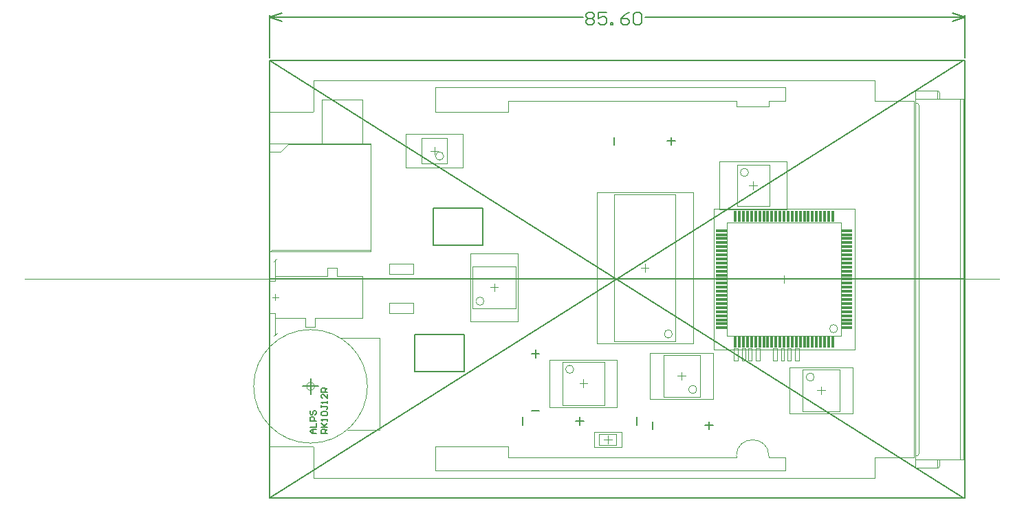
<source format=gbp>
G04*
G04 #@! TF.GenerationSoftware,Altium Limited,Altium Designer,18.0.7 (293)*
G04*
G04 Layer_Color=128*
%FSLAX25Y25*%
%MOIN*%
G70*
G01*
G75*
%ADD14C,0.00591*%
%ADD15C,0.00591*%
%ADD16C,0.00800*%
%ADD18C,0.00394*%
%ADD19C,0.00197*%
%ADD20C,0.00600*%
%ADD80R,0.01181X0.05709*%
%ADD81R,0.05709X0.01181*%
D14*
X-312823Y94500D02*
X-312811Y94488D01*
X-312823Y-0D02*
X24185D01*
X-312823Y106299D02*
X23398Y-106299D01*
X-312823D02*
X23398Y106299D01*
X-312823D02*
X24185D01*
Y-106299D02*
Y106299D01*
X-312823Y-106299D02*
Y106299D01*
Y-106299D02*
X24185D01*
X-296937Y-52000D02*
X-289063D01*
X-293000Y-55937D02*
Y-48063D01*
D15*
X-218500Y-45000D02*
Y-27000D01*
X-242500Y-27000D02*
X-218500D01*
X-242500Y-45000D02*
Y-27000D01*
X-242500Y-45000D02*
X-218500D01*
X-233500Y34500D02*
X-233500Y34500D01*
X-209500D01*
X-209500Y34500D02*
X-209500Y34500D01*
X-209500Y16500D02*
Y34500D01*
X-233500Y16500D02*
X-209500D01*
X-233500D02*
X-233500Y16500D01*
Y34500D01*
D16*
X-290264Y-74822D02*
X-292263D01*
X-293263Y-73822D01*
X-292263Y-72823D01*
X-290264D01*
X-291763D01*
Y-74822D01*
X-293263Y-71823D02*
X-290264D01*
Y-69824D01*
Y-68824D02*
X-293263D01*
Y-67325D01*
X-292763Y-66825D01*
X-291763D01*
X-291263Y-67325D01*
Y-68824D01*
X-292763Y-63826D02*
X-293263Y-64325D01*
Y-65325D01*
X-292763Y-65825D01*
X-292263D01*
X-291763Y-65325D01*
Y-64325D01*
X-291263Y-63826D01*
X-290764D01*
X-290264Y-64325D01*
Y-65325D01*
X-290764Y-65825D01*
X-284745Y-74822D02*
X-287744D01*
Y-73322D01*
X-287244Y-72823D01*
X-286244D01*
X-285745Y-73322D01*
Y-74822D01*
Y-73822D02*
X-284745Y-72823D01*
X-287744Y-71823D02*
X-284745D01*
X-285745D01*
X-287744Y-69824D01*
X-286244Y-71323D01*
X-284745Y-69824D01*
Y-68824D02*
Y-67824D01*
Y-68324D01*
X-287744D01*
X-287244Y-68824D01*
Y-66325D02*
X-287744Y-65825D01*
Y-64825D01*
X-287244Y-64325D01*
X-285245D01*
X-284745Y-64825D01*
Y-65825D01*
X-285245Y-66325D01*
X-287244D01*
X-287744Y-61326D02*
Y-62326D01*
Y-61826D01*
X-285245D01*
X-284745Y-62326D01*
Y-62826D01*
X-285245Y-63326D01*
X-284745Y-60327D02*
Y-59327D01*
Y-59827D01*
X-287744D01*
X-287244Y-60327D01*
X-284745Y-55828D02*
Y-57828D01*
X-286744Y-55828D01*
X-287244D01*
X-287744Y-56328D01*
Y-57328D01*
X-287244Y-57828D01*
X-284745Y-54829D02*
X-287744D01*
Y-53329D01*
X-287244Y-52829D01*
X-286244D01*
X-285745Y-53329D01*
Y-54829D01*
Y-53829D02*
X-284745Y-52829D01*
X-118252Y65031D02*
Y68968D01*
X-120220Y67000D02*
X-116284D01*
X-145811Y65031D02*
Y68968D01*
X-99752Y-72969D02*
Y-69032D01*
X-101720Y-71000D02*
X-97783D01*
X-127311Y-72969D02*
Y-69032D01*
X-185968Y-36252D02*
X-182032D01*
X-184000Y-38221D02*
Y-34284D01*
X-185968Y-63811D02*
X-182032D01*
X-162548Y-70868D02*
Y-66931D01*
X-164516Y-68900D02*
X-160580D01*
X-134989Y-70868D02*
Y-66931D01*
X-162552Y-70868D02*
Y-66931D01*
X-164521Y-68900D02*
X-160583D01*
X-190111Y-70868D02*
Y-66931D01*
D18*
X-70866Y-85827D02*
G03*
X-86614Y-85827I-7874J0D01*
G01*
X-307677Y61823D02*
X-304000Y65500D01*
X-313000Y61823D02*
X-307677D01*
X-313000D02*
Y81201D01*
X-304000Y65500D02*
X-264000D01*
Y14000D02*
Y65500D01*
X-312000Y14000D02*
X-264000D01*
X-313000Y13000D02*
X-312000Y14000D01*
X-313000Y-862D02*
Y13000D01*
X-291701Y-81201D02*
X-291500Y-81402D01*
Y-96457D02*
Y-81402D01*
X-310098Y-18972D02*
Y-16610D01*
X-313000D02*
X-310098D01*
Y-18972D02*
X-295532D01*
X-313000Y-862D02*
X-310098D01*
Y1500D01*
X-291701Y81201D02*
X-291500Y81402D01*
X-313000Y-40600D02*
Y-16610D01*
X-295532Y-23106D02*
Y-18972D01*
Y-23106D02*
X-290807D01*
Y-18972D01*
X-267972D01*
Y1500D01*
X-280177D02*
X-267972D01*
X-280177D02*
Y5634D01*
X-284902D02*
X-280177D01*
X-284902Y1500D02*
Y5634D01*
X-310098Y1500D02*
X-284902D01*
X-313000Y-81201D02*
Y-40600D01*
X-232445Y96457D02*
X-59543D01*
X-232445Y93000D02*
X-63000D01*
X-232445Y81201D02*
Y93000D01*
X-291500Y96457D02*
X-232445D01*
X-63000Y86614D02*
Y93000D01*
X-59543Y96457D02*
X-19685D01*
X-63000Y-93000D02*
Y-86614D01*
X-291500Y-96457D02*
X-19685D01*
X-232445Y-93000D02*
Y-81201D01*
Y-93000D02*
X-63000D01*
X-19685Y86614D02*
X-500D01*
X-19685Y-86614D02*
X-500D01*
X-218500Y-45000D02*
Y-27000D01*
X-242500D02*
X-218500D01*
X-242500Y-45000D02*
Y-27000D01*
Y-45000D02*
X-218500D01*
X-233500Y34500D02*
X-233500Y34500D01*
X-209500D01*
Y16500D02*
Y34500D01*
X-209500Y16500D02*
X-209500Y16500D01*
X-233500Y16500D02*
X-209500D01*
X-233500D02*
Y34500D01*
X-63000Y86614D02*
X-63000Y86614D01*
X-70866Y86614D02*
X-63000D01*
X-19685Y86614D02*
Y96457D01*
X-70866Y-86614D02*
X-63000D01*
X-19685Y-96457D02*
Y-86614D01*
X-232445Y81201D02*
X-197244D01*
X-313000D02*
X-291701D01*
X-291500Y81402D02*
Y96457D01*
X-232445Y-81201D02*
X-197244D01*
X-313000D02*
X-291701D01*
X-197244Y81201D02*
Y86614D01*
Y-86614D02*
X-86614D01*
X-70866D02*
Y-85827D01*
X-86614Y-86614D02*
Y-85827D01*
X-197244Y-86614D02*
Y-81201D01*
X-500Y86614D02*
X-500Y-86614D01*
X-197244Y86614D02*
X-86614D01*
X-70866Y83858D02*
Y86614D01*
X-86614Y83858D02*
Y86614D01*
Y83858D02*
X-70866D01*
X-265441Y-52000D02*
G03*
X-265441Y-52000I-27559J0D01*
G01*
X-291032D02*
G03*
X-291032Y-52000I-1969J0D01*
G01*
X-117614Y-26587D02*
G03*
X-117614Y-26587I-1969J0D01*
G01*
X-228472Y59741D02*
G03*
X-228472Y59741I-1969J0D01*
G01*
X-208921Y-10693D02*
G03*
X-208921Y-10693I-1969J0D01*
G01*
X-48847Y-47504D02*
G03*
X-48847Y-47504I-1969J0D01*
G01*
X-105816Y-53496D02*
G03*
X-105816Y-53496I-1969J0D01*
G01*
X-80762Y51799D02*
G03*
X-80762Y51799I-1969J0D01*
G01*
X-165424Y-43710D02*
G03*
X-165424Y-43710I-1969J0D01*
G01*
X-37516Y-24016D02*
G03*
X-37516Y-24016I-1969J0D01*
G01*
X-431500Y0D02*
X40945Y-0D01*
X-313213Y13500D02*
Y65665D01*
X-264000D01*
Y13500D02*
Y65665D01*
X-313213Y13500D02*
X-264000D01*
X-267936Y65664D02*
Y87318D01*
X-287622D02*
X-267936D01*
X-287622Y65787D02*
Y87318D01*
Y65787D02*
X-287500Y65665D01*
X-259535Y-73063D02*
Y-28378D01*
X-275284Y-73063D02*
X-259535D01*
X-278827Y-28378D02*
X-259535D01*
X-145961Y41130D02*
X-116039D01*
X-145961Y-30130D02*
X-116039D01*
X-145961D02*
Y41130D01*
X-116039Y-30130D02*
Y41130D01*
X-226898Y56197D02*
Y68402D01*
X-239102Y56197D02*
Y68402D01*
Y56197D02*
X-226898D01*
X-239102Y68402D02*
X-226898D01*
X-193567Y-14236D02*
Y6236D01*
X-214433Y-14236D02*
Y6236D01*
X-193567D01*
X-214433Y-14236D02*
X-193567D01*
X-254748Y7480D02*
X-243252D01*
X-254748Y2362D02*
X-243252D01*
Y7480D01*
X-254748Y2362D02*
Y7480D01*
X-243252D01*
X-254748Y2362D02*
X-243252D01*
Y7480D01*
X-254748Y2362D02*
Y7480D01*
Y2362D02*
Y7480D01*
X-243252Y2362D02*
Y7480D01*
X-254748Y2362D02*
X-243252D01*
X-254748Y7480D02*
X-243252D01*
X-254748Y-16559D02*
X-243252D01*
X-254748Y-11441D02*
X-243252D01*
X-254748Y-16559D02*
Y-11441D01*
X-243252Y-16559D02*
Y-11441D01*
X-254748Y-16559D02*
X-243252D01*
X-254748Y-11441D02*
X-243252D01*
X-254748Y-16559D02*
Y-11441D01*
X-243252Y-16559D02*
Y-11441D01*
Y-16559D02*
Y-11441D01*
X-254748Y-16559D02*
Y-11441D01*
X-243252D01*
X-254748Y-16559D02*
X-243252D01*
X-54358Y-64039D02*
Y-43961D01*
X-36642Y-64039D02*
Y-43961D01*
X-54358D02*
X-36642D01*
X-54358Y-64039D02*
X-36642D01*
X-104242Y-57039D02*
Y-36961D01*
X-121958Y-57039D02*
Y-36961D01*
Y-57039D02*
X-104242D01*
X-121958Y-36961D02*
X-104242D01*
X-86274Y35658D02*
X-70526D01*
X-86274Y55343D02*
X-70526D01*
Y35658D02*
Y55343D01*
X-86274Y35658D02*
Y55343D01*
X-153034Y-80359D02*
X-144766D01*
X-153034Y-75241D02*
X-144766D01*
Y-80359D02*
Y-75241D01*
X-153034Y-80359D02*
Y-75241D01*
X-310886Y-27634D02*
X-309311Y-26059D01*
X-310886Y8587D02*
X-309311Y10161D01*
X-310098Y1500D02*
Y9374D01*
Y-26847D02*
Y-18972D01*
X-290807D02*
X-267972D01*
X-290807Y-23106D02*
Y-18972D01*
X-295532Y-23106D02*
X-290807D01*
X-295532D02*
Y-18972D01*
X-310098D02*
X-295532D01*
X-310098Y1500D02*
X-284902D01*
Y5634D01*
X-280177D01*
Y1500D02*
Y5634D01*
Y1500D02*
X-267972D01*
Y-18972D02*
Y1500D01*
X-170936Y-61033D02*
X-150464D01*
X-170936Y-40167D02*
X-150464D01*
Y-61033D02*
Y-40167D01*
X-170936Y-61033D02*
Y-40167D01*
X-91059Y-27559D02*
X-35941D01*
X-91059Y27559D02*
X-35941D01*
Y-27559D02*
Y27559D01*
X-91059Y-27559D02*
Y27559D01*
X0Y-85630D02*
X984D01*
X1969Y-84646D01*
Y0D01*
Y84646D01*
X984Y85630D02*
X1969Y84646D01*
X0Y85630D02*
X984D01*
X0Y-91339D02*
X10827D01*
X11024D01*
X11811Y-90551D01*
Y-87402D01*
Y87402D02*
X11811Y87402D01*
X11811Y87402D02*
Y90551D01*
X11024Y91339D02*
X11811Y90551D01*
X10827Y91339D02*
X11024D01*
X0D02*
X10827D01*
X23622Y-87402D02*
Y87402D01*
X0Y-87402D02*
X23622D01*
X0Y87402D02*
X23622D01*
X0Y-91339D02*
Y91339D01*
X21850Y-87402D02*
Y87402D01*
X10827Y-91240D02*
Y-87598D01*
Y-91240D02*
X10925Y-91339D01*
X10827Y87402D02*
Y91339D01*
X-14764Y0D02*
X25591D01*
X-131000Y3531D02*
Y7468D01*
X-132968Y5500D02*
X-129032D01*
X-234968Y62300D02*
X-231031D01*
X-233000Y60331D02*
Y64268D01*
X-205968Y-4000D02*
X-202031D01*
X-204000Y-5968D02*
Y-2032D01*
X-47469Y-54000D02*
X-43532D01*
X-45500Y-55968D02*
Y-52031D01*
X-115068Y-47000D02*
X-111132D01*
X-113100Y-48968D02*
Y-45031D01*
X-78400Y43532D02*
Y47469D01*
X-80369Y45500D02*
X-76432D01*
X-148900Y-79769D02*
Y-75832D01*
X-150868Y-77800D02*
X-146932D01*
X-310098Y-10311D02*
Y-7161D01*
X-311673Y-8736D02*
X-308524D01*
X-160700Y-52569D02*
Y-48632D01*
X-162669Y-50600D02*
X-158731D01*
X-63500Y-1969D02*
Y1969D01*
X-65469Y0D02*
X-61532D01*
D19*
X-68899Y-33350D02*
X-66931Y-33350D01*
X-64962Y-33350D02*
X-63387D01*
X-61813D02*
X-60238D01*
X-58269D02*
X-56300Y-33350D01*
X-58269Y-39650D02*
X-56300Y-39649D01*
X-61813Y-39650D02*
X-60238D01*
X-64962Y-39650D02*
X-63387D01*
X-68899Y-39649D02*
X-66931Y-39650D01*
Y-33350D01*
X-64962Y-39650D02*
Y-33350D01*
X-63387Y-39650D02*
Y-33350D01*
X-61813Y-39650D02*
X-61813Y-33350D01*
X-60238D02*
X-60238Y-39650D01*
X-58269Y-39650D02*
Y-33350D01*
X-68899Y-39649D02*
Y-33350D01*
X-56300Y-39649D02*
Y-33350D01*
X-87799D02*
X-85831Y-33350D01*
X-83862Y-33350D02*
X-82287D01*
X-80713Y-33350D02*
X-79138D01*
X-77169Y-33350D02*
X-75200Y-33350D01*
X-77169Y-39650D02*
X-75200Y-39649D01*
X-80713Y-39650D02*
X-79138D01*
X-83862D02*
X-82287Y-39650D01*
X-87799Y-39649D02*
X-85831Y-39650D01*
Y-33350D01*
X-83862Y-33350D02*
X-83862Y-39650D01*
X-82287Y-39650D02*
Y-33350D01*
X-80713Y-39650D02*
Y-33350D01*
X-79138Y-39650D02*
Y-33350D01*
X-77169Y-39650D02*
Y-33350D01*
X-87799Y-39649D02*
Y-33350D01*
X-75200Y-39649D02*
Y-33350D01*
X-154327Y42114D02*
X-107673D01*
X-154327Y-31114D02*
X-107673D01*
X-154327D02*
Y42114D01*
X-107673Y-31114D02*
Y42114D01*
X-219024Y54229D02*
Y70370D01*
X-246976Y54229D02*
Y70370D01*
Y54229D02*
X-219024D01*
X-246976Y70370D02*
X-219024D01*
X-192583Y-20339D02*
Y12339D01*
X-215417Y-20339D02*
Y12339D01*
X-192583D01*
X-215417Y-20339D02*
X-192583D01*
X-60854Y-65024D02*
Y-42976D01*
X-30146Y-65024D02*
Y-42976D01*
X-60854D02*
X-30146D01*
X-60854Y-65024D02*
X-30146D01*
X-97746Y-58024D02*
Y-35976D01*
X-128454Y-58024D02*
Y-35976D01*
Y-58024D02*
X-97746D01*
X-128454Y-35976D02*
X-97746D01*
X-94739Y33689D02*
X-62061D01*
X-94739Y57311D02*
X-62061D01*
Y33689D02*
Y57311D01*
X-94739Y33689D02*
Y57311D01*
X-155593Y-81540D02*
X-142207D01*
X-155593Y-74060D02*
X-142207D01*
Y-81540D02*
Y-74060D01*
X-155593Y-81540D02*
Y-74060D01*
X-177039Y-62017D02*
X-144361D01*
X-177039Y-39183D02*
X-144361D01*
Y-62017D02*
Y-39183D01*
X-177039Y-62017D02*
Y-39183D01*
X-97654Y-34154D02*
X-29346D01*
X-97654Y34154D02*
X-29346D01*
Y-34154D02*
Y34154D01*
X-97654Y-34154D02*
Y34154D01*
D20*
X18185Y125000D02*
X24185Y127000D01*
X18185Y129000D02*
X24185Y127000D01*
X-312823D02*
X-306823Y129000D01*
X-312823Y127000D02*
X-306823Y125000D01*
X-130823Y127000D02*
X24185D01*
X-312823D02*
X-161014D01*
X24185Y107595D02*
Y128000D01*
X-312823Y107595D02*
Y128000D01*
X-159415Y128399D02*
X-158415Y129399D01*
X-156415D01*
X-155416Y128399D01*
Y127400D01*
X-156415Y126400D01*
X-155416Y125400D01*
Y124401D01*
X-156415Y123401D01*
X-158415D01*
X-159415Y124401D01*
Y125400D01*
X-158415Y126400D01*
X-159415Y127400D01*
Y128399D01*
X-158415Y126400D02*
X-156415D01*
X-149418Y129399D02*
X-153417D01*
Y126400D01*
X-151417Y127400D01*
X-150417D01*
X-149418Y126400D01*
Y124401D01*
X-150417Y123401D01*
X-152417D01*
X-153417Y124401D01*
X-147418Y123401D02*
Y124401D01*
X-146419D01*
Y123401D01*
X-147418D01*
X-138421Y129399D02*
X-140421Y128399D01*
X-142420Y126400D01*
Y124401D01*
X-141420Y123401D01*
X-139421D01*
X-138421Y124401D01*
Y125400D01*
X-139421Y126400D01*
X-142420D01*
X-136422Y128399D02*
X-135422Y129399D01*
X-133423D01*
X-132423Y128399D01*
Y124401D01*
X-133423Y123401D01*
X-135422D01*
X-136422Y124401D01*
Y128399D01*
D80*
X-39878Y-30413D02*
D03*
X-41846D02*
D03*
X-43815D02*
D03*
X-45783D02*
D03*
X-47752D02*
D03*
X-49720D02*
D03*
X-51689Y-30413D02*
D03*
X-53658Y-30413D02*
D03*
X-55626D02*
D03*
X-57595D02*
D03*
X-59563D02*
D03*
X-61532D02*
D03*
X-63500Y-30413D02*
D03*
X-65469D02*
D03*
X-67437D02*
D03*
X-69406Y-30413D02*
D03*
X-71374D02*
D03*
X-73343D02*
D03*
X-75311D02*
D03*
X-77280D02*
D03*
X-79248D02*
D03*
X-81217D02*
D03*
X-83185D02*
D03*
X-85154D02*
D03*
X-87122D02*
D03*
Y30413D02*
D03*
X-85154D02*
D03*
X-83185D02*
D03*
X-81217D02*
D03*
X-79248D02*
D03*
X-77280D02*
D03*
X-75311D02*
D03*
X-73343D02*
D03*
X-71374D02*
D03*
X-69406D02*
D03*
X-67437D02*
D03*
X-65469D02*
D03*
X-63500D02*
D03*
X-61532D02*
D03*
X-59563D02*
D03*
X-57595D02*
D03*
X-55626D02*
D03*
X-53658D02*
D03*
X-51689D02*
D03*
X-49720D02*
D03*
X-47752D02*
D03*
X-45783D02*
D03*
X-43815D02*
D03*
X-41846D02*
D03*
X-39878D02*
D03*
D81*
X-93913Y-23622D02*
D03*
Y-21654D02*
D03*
Y-19685D02*
D03*
Y-17717D02*
D03*
Y-15748D02*
D03*
Y-13780D02*
D03*
Y-11811D02*
D03*
Y-9843D02*
D03*
Y-7874D02*
D03*
Y-5906D02*
D03*
Y-3937D02*
D03*
Y-1969D02*
D03*
Y0D02*
D03*
Y1969D02*
D03*
Y3937D02*
D03*
Y5906D02*
D03*
Y7874D02*
D03*
Y9843D02*
D03*
Y11811D02*
D03*
Y13780D02*
D03*
Y15748D02*
D03*
Y17717D02*
D03*
Y19685D02*
D03*
Y21654D02*
D03*
Y23622D02*
D03*
X-33087D02*
D03*
Y21654D02*
D03*
Y19685D02*
D03*
Y17717D02*
D03*
Y15748D02*
D03*
Y13780D02*
D03*
Y11811D02*
D03*
Y9843D02*
D03*
Y7874D02*
D03*
Y5906D02*
D03*
X-33087Y3937D02*
D03*
Y1969D02*
D03*
Y0D02*
D03*
X-33087Y-1969D02*
D03*
Y-3937D02*
D03*
Y-5906D02*
D03*
Y-7874D02*
D03*
Y-9843D02*
D03*
X-33087Y-11811D02*
D03*
X-33087Y-13780D02*
D03*
Y-15748D02*
D03*
Y-17717D02*
D03*
Y-19685D02*
D03*
Y-21654D02*
D03*
Y-23622D02*
D03*
M02*

</source>
